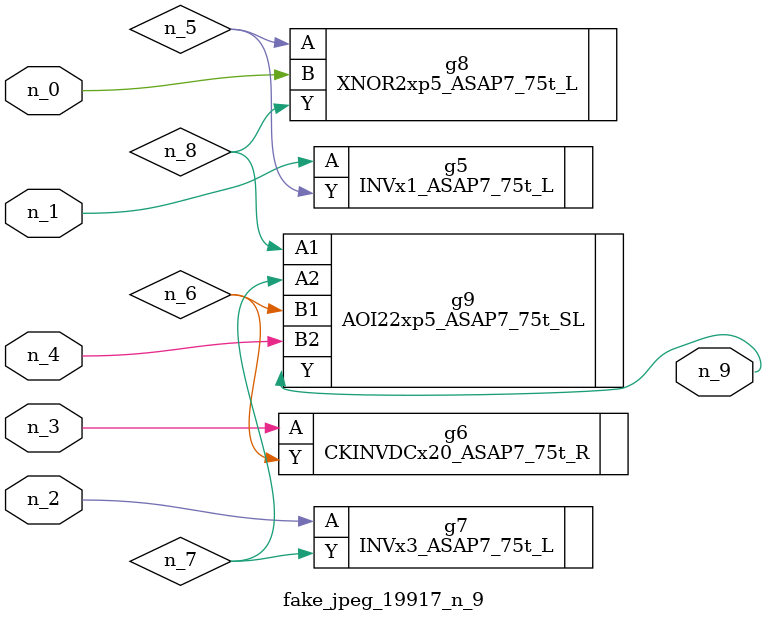
<source format=v>
module fake_jpeg_19917_n_9 (n_3, n_2, n_1, n_0, n_4, n_9);

input n_3;
input n_2;
input n_1;
input n_0;
input n_4;

output n_9;

wire n_8;
wire n_6;
wire n_5;
wire n_7;

INVx1_ASAP7_75t_L g5 ( 
.A(n_1),
.Y(n_5)
);

CKINVDCx20_ASAP7_75t_R g6 ( 
.A(n_3),
.Y(n_6)
);

INVx3_ASAP7_75t_L g7 ( 
.A(n_2),
.Y(n_7)
);

XNOR2xp5_ASAP7_75t_L g8 ( 
.A(n_5),
.B(n_0),
.Y(n_8)
);

AOI22xp5_ASAP7_75t_SL g9 ( 
.A1(n_8),
.A2(n_7),
.B1(n_6),
.B2(n_4),
.Y(n_9)
);


endmodule
</source>
